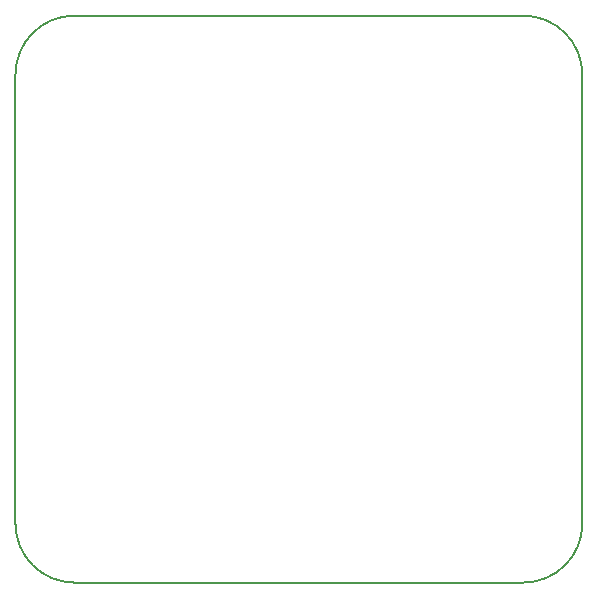
<source format=gko>
G04 #@! TF.GenerationSoftware,KiCad,Pcbnew,(5.0.2)-1*
G04 #@! TF.CreationDate,2019-01-19T10:46:15+11:00*
G04 #@! TF.ProjectId,ADC-15-4_Dev_Rev_1,4144432d-3135-42d3-945f-4465765f5265,1*
G04 #@! TF.SameCoordinates,Original*
G04 #@! TF.FileFunction,Profile,NP*
%FSLAX46Y46*%
G04 Gerber Fmt 4.6, Leading zero omitted, Abs format (unit mm)*
G04 Created by KiCad (PCBNEW (5.0.2)-1) date 19/01/2019 10:46:15*
%MOMM*%
%LPD*%
G01*
G04 APERTURE LIST*
%ADD10C,0.200000*%
G04 APERTURE END LIST*
D10*
X197000000Y-98000000D02*
X197000000Y-60000000D01*
X202000000Y-103000000D02*
G75*
G02X197000000Y-98000000I0J5000000D01*
G01*
X240000000Y-103000000D02*
X202000000Y-103000000D01*
X197000000Y-60000000D02*
G75*
G02X202000000Y-55000000I5000000J0D01*
G01*
X245000000Y-98000000D02*
G75*
G02X240000000Y-103000000I-5000000J0D01*
G01*
X245000000Y-60000000D02*
X245000000Y-98000000D01*
X240000000Y-55000000D02*
G75*
G02X245000000Y-60000000I0J-5000000D01*
G01*
X202000000Y-55000000D02*
X240000000Y-55000000D01*
M02*

</source>
